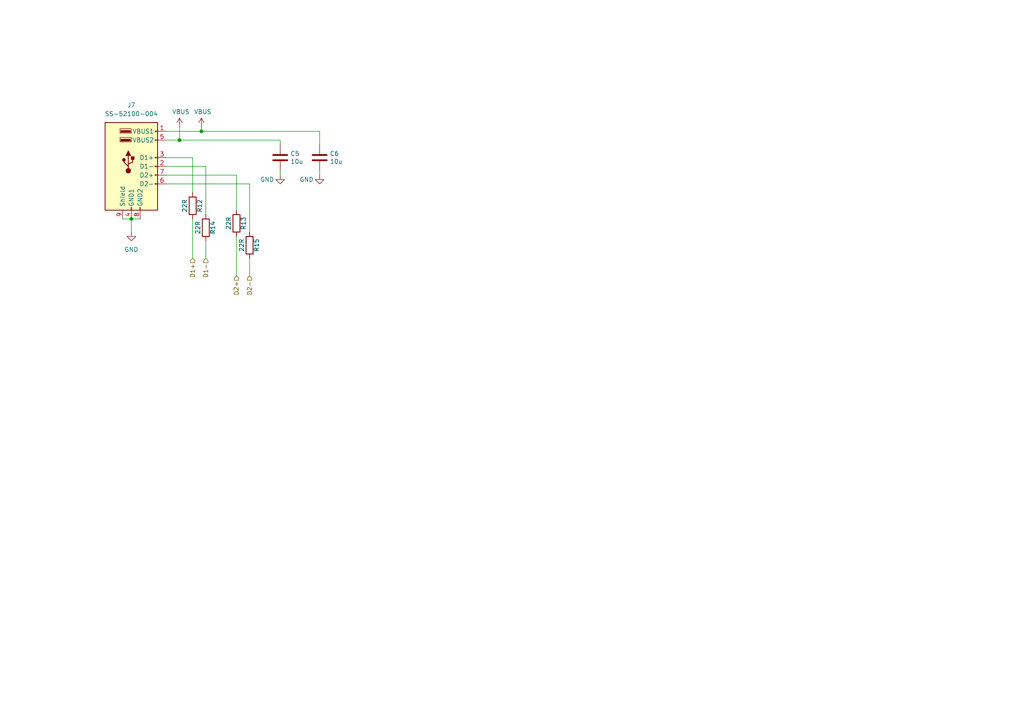
<source format=kicad_sch>
(kicad_sch (version 20250114) (generator "eeschema") (generator_version "9.0")
  (paper "A4")
  (title_block (title "MiniFRANK RM1E") (date "2025-03-24") (rev "1.00") (company "Mikhail Matveev") (comment 1 "https://github.com/xtremespb/frank"))
  (lib_symbols
    (symbol "Connector:USB_A_Stacked" (pin_names (offset 1.016))
      (property "Reference" "J" (at 0 15.875 0))
      (property "Value" "USB_A_Stacked" (at 0 13.97 0))
      (symbol "USB_A_Stacked_0_1"
        (rectangle (start -7.62 12.7) (end 7.62 -12.7) (stroke (width 0.254)) (fill (type background)))
        (circle (center -2.159 1.905) (radius 0.381) (stroke (width 0.254)) (fill (type outline)))
        (polyline (pts (xy -1.524 3.175) (xy -0.254 3.175) (xy -0.889 4.445) (xy -1.524 3.175)) (stroke (width 0.254)) (fill (type outline)))
        (polyline (pts (xy -0.889 0) (xy -0.889 0.635) (xy 0.381 1.27) (xy 0.381 2.54)) (stroke (width 0.254)))
        (polyline (pts (xy -0.889 -0.635) (xy -0.889 0) (xy -2.159 1.27) (xy -2.159 1.905)) (stroke (width 0.254)))
        (circle (center -0.889 -1.27) (radius 0.635) (stroke (width 0.254)) (fill (type outline)))
        (rectangle (start -0.254 9.906) (end -3.048 10.414) (fill (type outline)))
        (rectangle (start -0.254 7.366) (end -3.048 7.874) (fill (type outline)))
        (rectangle (start -0.127 -12.7) (end 0.127 -11.938))
        (rectangle (start 0 9.652) (end -3.302 10.922))
        (rectangle (start 0 7.112) (end -3.302 8.382))
        (rectangle (start 0 2.794) (end 0.762 2.032) (stroke (width 0.254)) (fill (type outline)))
        (rectangle (start 2.413 -12.7) (end 2.667 -11.938))
        (rectangle (start 7.62 10.033) (end 6.858 10.287))
        (rectangle (start 7.62 7.493) (end 6.858 7.747))
        (rectangle (start 7.62 2.413) (end 6.858 2.667))
        (rectangle (start 7.62 -0.127) (end 6.858 0.127))
        (rectangle (start 7.62 -2.667) (end 6.858 -2.413))
        (rectangle (start 7.62 -5.207) (end 6.858 -4.953))
      )
      (symbol "USB_A_Stacked_1_1"
        (polyline (pts (xy -0.889 0.635) (xy -0.889 3.175)) (stroke (width 0.254)))
        (pin passive line (at -2.54 -15.24 90) (length 2.54) (name "Shield") (number "9"))
        (pin power_in line (at 0 -15.24 90) (length 2.54) (name "GND1") (number "4"))
        (pin power_in line (at 2.54 -15.24 90) (length 2.54) (name "GND2") (number "8"))
        (pin power_in line (at 10.16 10.16 180) (length 2.54) (name "VBUS1") (number "1"))
        (pin power_in line (at 10.16 7.62 180) (length 2.54) (name "VBUS2") (number "5"))
        (pin bidirectional line (at 10.16 2.54 180) (length 2.54) (name "D1+") (number "3"))
        (pin bidirectional line (at 10.16 0 180) (length 2.54) (name "D1-") (number "2"))
        (pin bidirectional line (at 10.16 -2.54 180) (length 2.54) (name "D2+") (number "7"))
        (pin bidirectional line (at 10.16 -5.08 180) (length 2.54) (name "D2-") (number "6"))
      )
    )
    (symbol "Device:C" (pin_numbers (hide yes)) (pin_names (offset 0.254))
      (property "Reference" "C" (at 0.635 2.54 0))
      (property "Value" "C" (at 0.635 -2.54 0))
      (symbol "C_0_1"
        (polyline (pts (xy -2.032 0.762) (xy 2.032 0.762)) (stroke (width 0.508)))
        (polyline (pts (xy -2.032 -0.762) (xy 2.032 -0.762)) (stroke (width 0.508)))
      )
      (symbol "C_1_1"
        (pin passive line (at 0 3.81 270) (length 2.794) (name "~") (number "1"))
        (pin passive line (at 0 -3.81 90) (length 2.794) (name "~") (number "2"))
      )
    )
    (symbol "Device:R" (pin_numbers (hide yes)) (pin_names (offset 0))
      (property "Reference" "R" (at 2.032 0 90))
      (property "Value" "R" (at 0 0 90))
      (symbol "R_0_1"
        (rectangle (start -1.016 -2.54) (end 1.016 2.54) (stroke (width 0.254)))
      )
      (symbol "R_1_1"
        (pin passive line (at 0 3.81 270) (length 1.27) (name "~") (number "1"))
        (pin passive line (at 0 -3.81 90) (length 1.27) (name "~") (number "2"))
      )
    )
    (symbol "GND_1" (power) (pin_numbers (hide yes)) (pin_names (offset 0) (hide yes))
      (property "Value" "GND" (at 0 -3.81 0))
      (symbol "GND_1_0_1"
        (polyline (pts (xy 0 0) (xy 0 -1.27) (xy 1.27 -1.27) (xy 0 -2.54) (xy -1.27 -1.27) (xy 0 -1.27)))
      )
      (symbol "GND_1_1_1"
        (pin power_in line (at 0 0 270) (length 0) (name "~") (number "1"))
      )
    )
    (symbol "GND_2" (power) (pin_numbers (hide yes)) (pin_names (offset 0) (hide yes))
      (property "Value" "GND" (at 0 -3.81 0))
      (symbol "GND_2_0_1"
        (polyline (pts (xy 0 0) (xy 0 -1.27) (xy 1.27 -1.27) (xy 0 -2.54) (xy -1.27 -1.27) (xy 0 -1.27)))
      )
      (symbol "GND_2_1_1"
        (pin power_in line (at 0 0 270) (length 0) (name "~") (number "1"))
      )
    )
    (symbol "VBUS_1" (power) (pin_numbers (hide yes)) (pin_names (offset 0) (hide yes))
      (property "Value" "VBUS" (at 0 3.556 0))
      (symbol "VBUS_1_0_1"
        (polyline (pts (xy -0.762 1.27) (xy 0 2.54)))
        (polyline (pts (xy 0 2.54) (xy 0.762 1.27)))
        (polyline (pts (xy 0 0) (xy 0 2.54)))
      )
      (symbol "VBUS_1_1_1"
        (pin power_in line (at 0 0 90) (length 0) (name "~") (number "1"))
      )
    )
    (symbol "power:GND" (power) (pin_numbers (hide yes)) (pin_names (offset 0) (hide yes))
      (property "Value" "GND" (at 0 -3.81 0))
      (symbol "GND_0_1"
        (polyline (pts (xy 0 0) (xy 0 -1.27) (xy 1.27 -1.27) (xy 0 -2.54) (xy -1.27 -1.27) (xy 0 -1.27)))
      )
      (symbol "GND_1_1"
        (pin power_in line (at 0 0 270) (length 0) (name "~") (number "1"))
      )
    )
    (symbol "power:VBUS" (power) (pin_numbers (hide yes)) (pin_names (offset 0) (hide yes))
      (property "Value" "VBUS" (at 0 3.556 0))
      (symbol "VBUS_0_1"
        (polyline (pts (xy -0.762 1.27) (xy 0 2.54)))
        (polyline (pts (xy 0 2.54) (xy 0.762 1.27)))
        (polyline (pts (xy 0 0) (xy 0 2.54)))
      )
      (symbol "VBUS_1_1"
        (pin power_in line (at 0 0 90) (length 0) (name "~") (number "1"))
      )
    )
  )
  (junction (at 58.42 38.1))
  (junction (at 52.07 40.64))
  (junction (at 38.1 63.5))
  (wire (pts (xy 58.42 36.83) (xy 58.42 38.1)))
  (wire (pts (xy 55.88 45.72) (xy 55.88 55.88)))
  (wire (pts (xy 48.26 53.34) (xy 72.39 53.34)))
  (wire (pts (xy 48.26 50.8) (xy 68.58 50.8)))
  (wire (pts (xy 52.07 40.64) (xy 81.28 40.64)))
  (wire (pts (xy 55.88 63.5) (xy 55.88 74.93)))
  (wire (pts (xy 81.28 49.53) (xy 81.28 50.8)))
  (wire (pts (xy 72.39 53.34) (xy 72.39 67.31)))
  (wire (pts (xy 92.71 49.53) (xy 92.71 50.8)))
  (wire (pts (xy 35.56 63.5) (xy 38.1 63.5)))
  (wire (pts (xy 59.69 48.26) (xy 59.69 62.23)))
  (wire (pts (xy 68.58 68.58) (xy 68.58 80.01)))
  (wire (pts (xy 81.28 40.64) (xy 81.28 41.91)))
  (wire (pts (xy 38.1 63.5) (xy 38.1 67.31)))
  (wire (pts (xy 48.26 48.26) (xy 59.69 48.26)))
  (wire (pts (xy 92.71 41.91) (xy 92.71 38.1)))
  (wire (pts (xy 72.39 74.93) (xy 72.39 80.01)))
  (wire (pts (xy 38.1 63.5) (xy 40.64 63.5)))
  (wire (pts (xy 52.07 36.83) (xy 52.07 40.64)))
  (wire (pts (xy 58.42 38.1) (xy 92.71 38.1)))
  (wire (pts (xy 48.26 40.64) (xy 52.07 40.64)))
  (wire (pts (xy 59.69 69.85) (xy 59.69 74.93)))
  (wire (pts (xy 48.26 38.1) (xy 58.42 38.1)))
  (wire (pts (xy 48.26 45.72) (xy 55.88 45.72)))
  (wire (pts (xy 68.58 50.8) (xy 68.58 60.96)))
  (hierarchical_label "D2+" (shape input) (at 68.58 80.01 270))
  (hierarchical_label "D1-" (shape input) (at 59.69 74.93 270))
  (hierarchical_label "D1+" (shape input) (at 55.88 74.93 270))
  (hierarchical_label "D2-" (shape input) (at 72.39 80.01 270))
  (symbol (lib_id "Connector:USB_A_Stacked") (at 38.1 48.26 0) (unit 1)
    (property "Reference" "J7" (at 38.1 30.48 0))
    (property "Value" "SS-52100-004" (at 38.1 33.02 0))
    (property "Footprint" "FRANK:USB Type A (stacked)" (effects (hide yes)))
    (property "Datasheet" "https://www.belfuse.com/resources/datasheets/stewartconnector/ds-stw-usb-2.0-and-3.0-connectors.pdf" (effects (hide yes)))
    (property "Description" "USB Type A connector, stacked" (effects (hide yes)))
    (property "AliExpress" "https://www.aliexpress.com/item/1005007077769791.html" (effects (hide yes)))
  )
  (symbol (lib_id "Device:C") (at 81.28 45.72 0) (unit 1)
    (property "Reference" "C5" (at 84.201 44.5516 0) (effects (justify left)))
    (property "Value" "10u" (at 84.201 46.863 0) (effects (justify left)))
    (property "Footprint" "FRANK:Capacitor (0805)" (effects (hide yes)))
    (property "Datasheet" "https://eu.mouser.com/datasheet/2/447/KEM_C1075_X7R_HT_SMD-3316221.pdf" (effects (hide yes)))
    (property "AliExpress" "https://www.aliexpress.com/item/33008008276.html" (effects (hide yes)))
  )
  (symbol (lib_id "Device:R") (at 59.69 66.04 0) (mirror x) (unit 1)
    (property "Reference" "R14" (at 61.722 66.04 90))
    (property "Value" "22R" (at 57.404 66.04 90))
    (property "Footprint" "FRANK:Resistor (0805)" (effects (hide yes)))
    (property "Datasheet" "https://www.vishay.com/docs/28952/mcs0402at-mct0603at-mcu0805at-mca1206at.pdf" (effects (hide yes)))
    (property "AliExpress" "https://www.aliexpress.com/item/1005005945735199.html" (effects (hide yes)))
  )
  (symbol (lib_id "Device:C") (at 92.71 45.72 0) (unit 1)
    (property "Reference" "C6" (at 95.631 44.5516 0) (effects (justify left)))
    (property "Value" "10u" (at 95.631 46.863 0) (effects (justify left)))
    (property "Footprint" "FRANK:Capacitor (0805)" (effects (hide yes)))
    (property "Datasheet" "https://eu.mouser.com/datasheet/2/447/KEM_C1075_X7R_HT_SMD-3316221.pdf" (effects (hide yes)))
    (property "AliExpress" "https://www.aliexpress.com/item/33008008276.html" (effects (hide yes)))
  )
  (symbol (lib_name "VBUS_1") (lib_id "power:VBUS") (at 52.07 36.83 0) (unit 1)
    (property "Reference" "#PWR031" (effects (hide yes)))
    (property "Value" "VBUS" (at 52.451 32.4358 0))
    (property "Description" "Power symbol creates a global label with name \"VBUS\"" (effects (hide yes)))
  )
  (symbol (lib_id "power:GND") (at 81.28 50.8 0) (unit 1)
    (property "Reference" "#PWR033" (effects (hide yes)))
    (property "Value" "GND" (at 77.47 52.07 0))
    (property "Description" "Power symbol creates a global label with name \"GND\" , ground" (effects (hide yes)))
  )
  (symbol (lib_id "Device:R") (at 68.58 64.77 0) (mirror x) (unit 1)
    (property "Reference" "R13" (at 70.612 64.77 90))
    (property "Value" "22R" (at 66.294 64.77 90))
    (property "Footprint" "FRANK:Resistor (0805)" (effects (hide yes)))
    (property "Datasheet" "https://www.vishay.com/docs/28952/mcs0402at-mct0603at-mcu0805at-mca1206at.pdf" (effects (hide yes)))
    (property "AliExpress" "https://www.aliexpress.com/item/1005005945735199.html" (effects (hide yes)))
  )
  (symbol (lib_name "GND_2") (lib_id "power:GND") (at 92.71 50.8 0) (unit 1)
    (property "Reference" "#PWR034" (effects (hide yes)))
    (property "Value" "GND" (at 88.9 52.07 0))
    (property "Description" "Power symbol creates a global label with name \"GND\" , ground" (effects (hide yes)))
  )
  (symbol (lib_id "Device:R") (at 55.88 59.69 0) (mirror x) (unit 1)
    (property "Reference" "R12" (at 57.912 59.69 90))
    (property "Value" "22R" (at 53.594 59.69 90))
    (property "Footprint" "FRANK:Resistor (0805)" (effects (hide yes)))
    (property "Datasheet" "https://www.vishay.com/docs/28952/mcs0402at-mct0603at-mcu0805at-mca1206at.pdf" (effects (hide yes)))
    (property "AliExpress" "https://www.aliexpress.com/item/1005005945735199.html" (effects (hide yes)))
  )
  (symbol (lib_id "power:VBUS") (at 58.42 36.83 0) (unit 1)
    (property "Reference" "#PWR032" (effects (hide yes)))
    (property "Value" "VBUS" (at 58.801 32.4358 0))
    (property "Description" "Power symbol creates a global label with name \"VBUS\"" (effects (hide yes)))
  )
  (symbol (lib_name "GND_1") (lib_id "power:GND") (at 38.1 67.31 0) (unit 1)
    (property "Reference" "#PWR035" (effects (hide yes)))
    (property "Value" "GND" (at 38.1 72.39 0))
    (property "Description" "Power symbol creates a global label with name \"GND\" , ground" (effects (hide yes)))
  )
  (symbol (lib_id "Device:R") (at 72.39 71.12 0) (mirror x) (unit 1)
    (property "Reference" "R15" (at 74.422 71.12 90))
    (property "Value" "22R" (at 70.104 71.12 90))
    (property "Footprint" "FRANK:Resistor (0805)" (effects (hide yes)))
    (property "Datasheet" "https://www.vishay.com/docs/28952/mcs0402at-mct0603at-mcu0805at-mca1206at.pdf" (effects (hide yes)))
    (property "AliExpress" "https://www.aliexpress.com/item/1005005945735199.html" (effects (hide yes)))
  )
)
</source>
